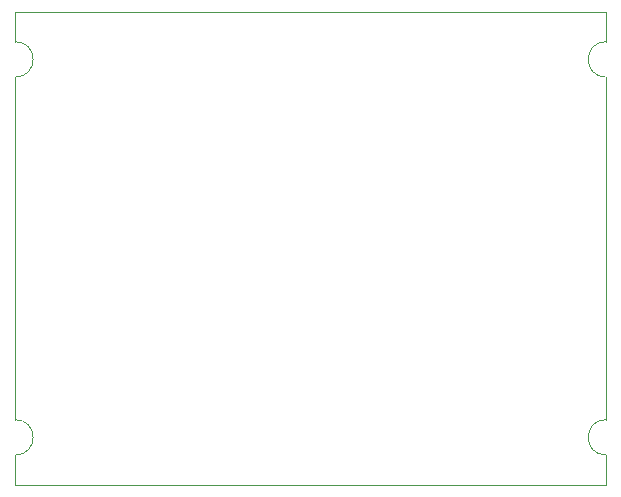
<source format=gko>
%FSLAX34Y34*%
%MOMM*%
%LNOUTLINE*%
G71*
G01*
%ADD10C, 0.10*%
%LPD*%
G54D10*
G75*
G01X500000Y975000D02*
G03X500000Y945000I0J-15000D01*
G01*
G54D10*
G75*
G01X500000Y655000D02*
G03X500000Y625000I0J-15000D01*
G01*
G54D10*
G75*
G01X0Y625000D02*
G03X0Y655000I0J15000D01*
G01*
G54D10*
G75*
G01X0Y945000D02*
G03X0Y975000I0J15000D01*
G01*
G54D10*
X0Y975000D02*
X0Y1000000D01*
X500000Y1000000D01*
X500000Y975000D01*
G54D10*
X500000Y945000D02*
X500000Y655000D01*
G54D10*
X500000Y625000D02*
X500000Y600000D01*
X0Y600000D01*
X0Y625000D01*
G54D10*
X0Y655000D02*
X0Y945000D01*
M02*

</source>
